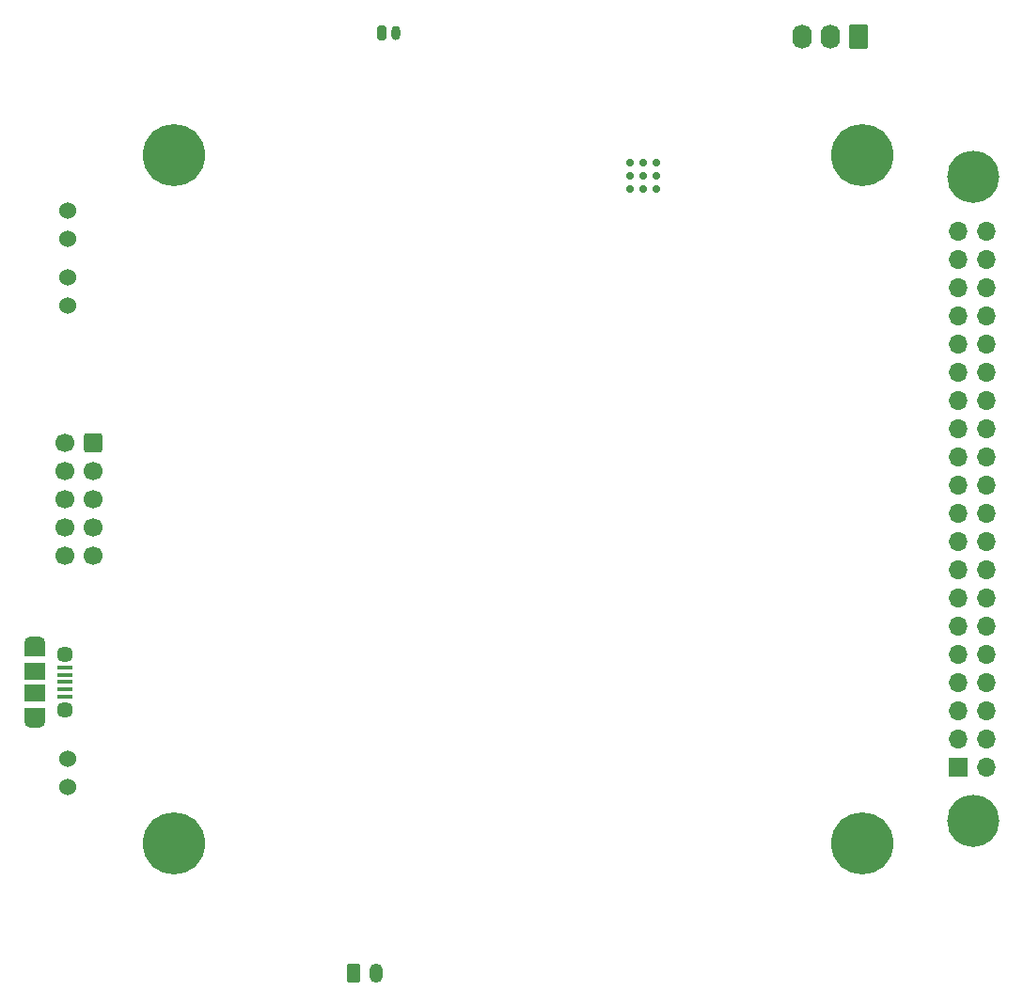
<source format=gbr>
%TF.GenerationSoftware,KiCad,Pcbnew,7.0.9-7.0.9~ubuntu22.04.1*%
%TF.CreationDate,2023-12-31T10:10:50+00:00*%
%TF.ProjectId,stm32_sbc_wifi,73746d33-325f-4736-9263-5f776966692e,A*%
%TF.SameCoordinates,Original*%
%TF.FileFunction,Soldermask,Bot*%
%TF.FilePolarity,Negative*%
%FSLAX46Y46*%
G04 Gerber Fmt 4.6, Leading zero omitted, Abs format (unit mm)*
G04 Created by KiCad (PCBNEW 7.0.9-7.0.9~ubuntu22.04.1) date 2023-12-31 10:10:50*
%MOMM*%
%LPD*%
G01*
G04 APERTURE LIST*
G04 Aperture macros list*
%AMRoundRect*
0 Rectangle with rounded corners*
0 $1 Rounding radius*
0 $2 $3 $4 $5 $6 $7 $8 $9 X,Y pos of 4 corners*
0 Add a 4 corners polygon primitive as box body*
4,1,4,$2,$3,$4,$5,$6,$7,$8,$9,$2,$3,0*
0 Add four circle primitives for the rounded corners*
1,1,$1+$1,$2,$3*
1,1,$1+$1,$4,$5*
1,1,$1+$1,$6,$7*
1,1,$1+$1,$8,$9*
0 Add four rect primitives between the rounded corners*
20,1,$1+$1,$2,$3,$4,$5,0*
20,1,$1+$1,$4,$5,$6,$7,0*
20,1,$1+$1,$6,$7,$8,$9,0*
20,1,$1+$1,$8,$9,$2,$3,0*%
G04 Aperture macros list end*
%ADD10C,3.600000*%
%ADD11C,5.600000*%
%ADD12C,4.700000*%
%ADD13C,0.704000*%
%ADD14R,1.700000X1.700000*%
%ADD15O,1.700000X1.700000*%
%ADD16C,1.524000*%
%ADD17RoundRect,0.250000X0.620000X0.845000X-0.620000X0.845000X-0.620000X-0.845000X0.620000X-0.845000X0*%
%ADD18O,1.740000X2.190000*%
%ADD19R,1.350000X0.400000*%
%ADD20O,1.900000X1.200000*%
%ADD21R,1.900000X1.200000*%
%ADD22C,1.450000*%
%ADD23R,1.900000X1.500000*%
%ADD24RoundRect,0.200000X-0.200000X-0.450000X0.200000X-0.450000X0.200000X0.450000X-0.200000X0.450000X0*%
%ADD25O,0.800000X1.300000*%
%ADD26RoundRect,0.250000X-0.350000X-0.625000X0.350000X-0.625000X0.350000X0.625000X-0.350000X0.625000X0*%
%ADD27O,1.200000X1.750000*%
%ADD28RoundRect,0.250000X0.600000X0.600000X-0.600000X0.600000X-0.600000X-0.600000X0.600000X-0.600000X0*%
%ADD29C,1.700000*%
G04 APERTURE END LIST*
D10*
%TO.C,REF\u002A\u002A*%
X94000000Y-54000000D03*
D11*
X94000000Y-54000000D03*
%TD*%
D10*
%TO.C,REF\u002A\u002A*%
X156000000Y-54000000D03*
D11*
X156000000Y-54000000D03*
%TD*%
D10*
%TO.C,REF\u002A\u002A*%
X94000000Y-116000000D03*
D11*
X94000000Y-116000000D03*
%TD*%
D10*
%TO.C,REF\u002A\u002A*%
X156000000Y-116000000D03*
D11*
X156000000Y-116000000D03*
%TD*%
D12*
%TO.C,REF\u002A\u002A*%
X166000000Y-114000000D03*
%TD*%
%TO.C,REF\u002A\u002A*%
X166000000Y-56000000D03*
%TD*%
D13*
%TO.C,U10*%
X135086550Y-54705000D03*
X135086550Y-55905000D03*
X135086550Y-57105000D03*
X136286550Y-54705000D03*
X136286550Y-55905000D03*
X136286550Y-57105000D03*
X137486550Y-54705000D03*
X137486550Y-55905000D03*
X137486550Y-57105000D03*
%TD*%
D14*
%TO.C,J7*%
X164670000Y-109140000D03*
D15*
X167210000Y-109140000D03*
X164670000Y-106600000D03*
X167210000Y-106600000D03*
X164670000Y-104060000D03*
X167210000Y-104060000D03*
X164670000Y-101520000D03*
X167210000Y-101520000D03*
X164670000Y-98980000D03*
X167210000Y-98980000D03*
X164670000Y-96440000D03*
X167210000Y-96440000D03*
X164670000Y-93900000D03*
X167210000Y-93900000D03*
X164670000Y-91360000D03*
X167210000Y-91360000D03*
X164670000Y-88820000D03*
X167210000Y-88820000D03*
X164670000Y-86280000D03*
X167210000Y-86280000D03*
X164670000Y-83740000D03*
X167210000Y-83740000D03*
X164670000Y-81200000D03*
X167210000Y-81200000D03*
X164670000Y-78660000D03*
X167210000Y-78660000D03*
X164670000Y-76120000D03*
X167210000Y-76120000D03*
X164670000Y-73580000D03*
X167210000Y-73580000D03*
X164670000Y-71040000D03*
X167210000Y-71040000D03*
X164670000Y-68500000D03*
X167210000Y-68500000D03*
X164670000Y-65960000D03*
X167210000Y-65960000D03*
X164670000Y-63420000D03*
X167210000Y-63420000D03*
X164670000Y-60880000D03*
X167210000Y-60880000D03*
%TD*%
D16*
%TO.C,D1*%
X84480000Y-108370000D03*
X84480000Y-110910000D03*
%TD*%
D17*
%TO.C,J8*%
X155650000Y-43340000D03*
D18*
X153110000Y-43340000D03*
X150570000Y-43340000D03*
%TD*%
D19*
%TO.C,J3*%
X84212500Y-102790000D03*
X84212500Y-102140000D03*
X84212500Y-101490000D03*
X84212500Y-100840000D03*
X84212500Y-100190000D03*
D20*
X81512500Y-104990000D03*
D21*
X81512500Y-104390000D03*
D22*
X84212500Y-103990000D03*
D23*
X81512500Y-102490000D03*
X81512500Y-100490000D03*
D22*
X84212500Y-98990000D03*
D21*
X81512500Y-98590000D03*
D20*
X81512500Y-97990000D03*
%TD*%
D16*
%TO.C,D3*%
X84490000Y-65010000D03*
X84490000Y-67550000D03*
%TD*%
%TO.C,D4*%
X84480000Y-59020000D03*
X84480000Y-61560000D03*
%TD*%
D24*
%TO.C,J1*%
X112750000Y-43030000D03*
D25*
X114000000Y-43030000D03*
%TD*%
D26*
%TO.C,J4*%
X110220000Y-127710000D03*
D27*
X112220000Y-127710000D03*
%TD*%
D28*
%TO.C,J2*%
X86780000Y-79920000D03*
D29*
X84240000Y-79920000D03*
X86780000Y-82460000D03*
X84240000Y-82460000D03*
X86780000Y-85000000D03*
X84240000Y-85000000D03*
X86780000Y-87540000D03*
X84240000Y-87540000D03*
X86780000Y-90080000D03*
X84240000Y-90080000D03*
%TD*%
M02*

</source>
